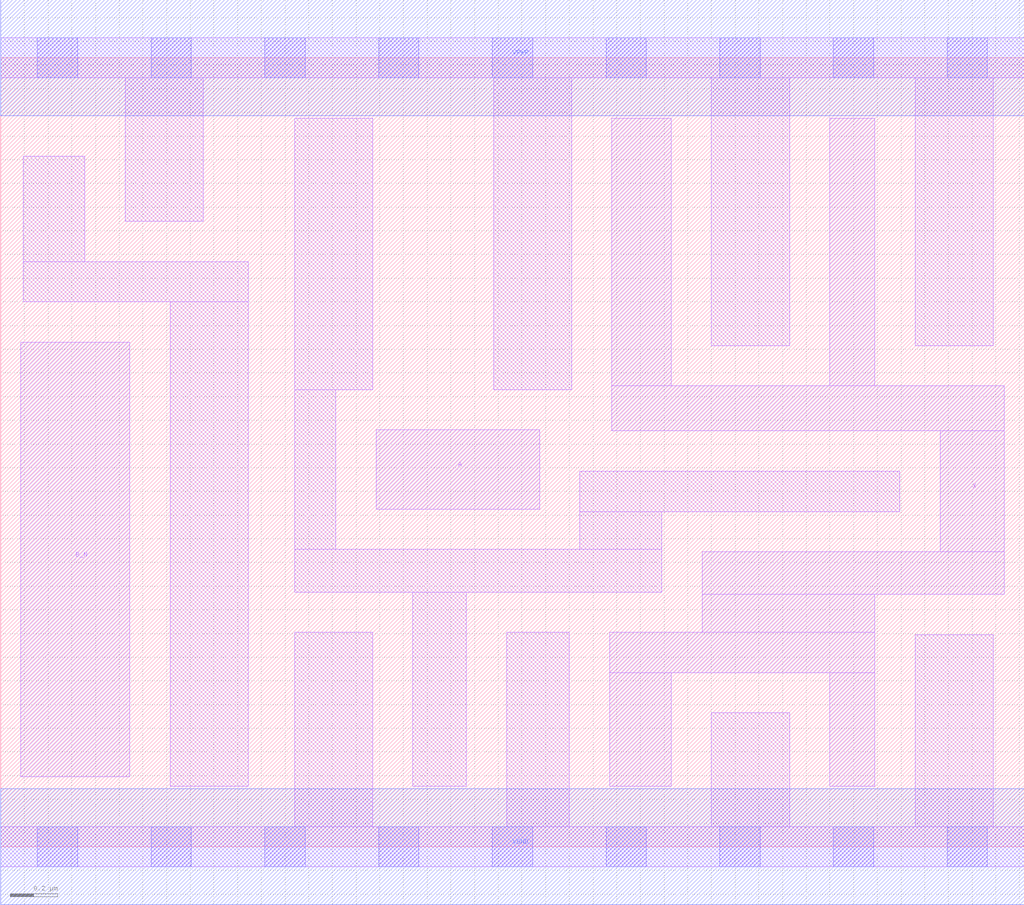
<source format=lef>
# Copyright 2020 The SkyWater PDK Authors
#
# Licensed under the Apache License, Version 2.0 (the "License");
# you may not use this file except in compliance with the License.
# You may obtain a copy of the License at
#
#     https://www.apache.org/licenses/LICENSE-2.0
#
# Unless required by applicable law or agreed to in writing, software
# distributed under the License is distributed on an "AS IS" BASIS,
# WITHOUT WARRANTIES OR CONDITIONS OF ANY KIND, either express or implied.
# See the License for the specific language governing permissions and
# limitations under the License.
#
# SPDX-License-Identifier: Apache-2.0

VERSION 5.7 ;
  NAMESCASESENSITIVE ON ;
  NOWIREEXTENSIONATPIN ON ;
  DIVIDERCHAR "/" ;
  BUSBITCHARS "[]" ;
UNITS
  DATABASE MICRONS 200 ;
END UNITS
MACRO sky130_fd_sc_lp__or2b_4
  CLASS CORE ;
  FOREIGN sky130_fd_sc_lp__or2b_4 ;
  ORIGIN  0.000000  0.000000 ;
  SIZE  4.320000 BY  3.330000 ;
  SYMMETRY X Y R90 ;
  SITE unit ;
  PIN A
    ANTENNAGATEAREA  0.315000 ;
    DIRECTION INPUT ;
    USE SIGNAL ;
    PORT
      LAYER li1 ;
        RECT 1.585000 1.425000 2.275000 1.760000 ;
    END
  END A
  PIN B_N
    ANTENNAGATEAREA  0.126000 ;
    DIRECTION INPUT ;
    USE SIGNAL ;
    PORT
      LAYER li1 ;
        RECT 0.085000 0.295000 0.545000 2.130000 ;
    END
  END B_N
  PIN X
    ANTENNADIFFAREA  1.176000 ;
    DIRECTION OUTPUT ;
    USE SIGNAL ;
    PORT
      LAYER li1 ;
        RECT 2.570000 0.255000 2.830000 0.735000 ;
        RECT 2.570000 0.735000 3.690000 0.905000 ;
        RECT 2.580000 1.755000 4.235000 1.945000 ;
        RECT 2.580000 1.945000 2.830000 3.075000 ;
        RECT 2.960000 0.905000 3.690000 1.065000 ;
        RECT 2.960000 1.065000 4.235000 1.245000 ;
        RECT 3.500000 0.255000 3.690000 0.735000 ;
        RECT 3.500000 1.945000 3.690000 3.075000 ;
        RECT 3.965000 1.245000 4.235000 1.755000 ;
    END
  END X
  PIN VGND
    DIRECTION INOUT ;
    USE GROUND ;
    PORT
      LAYER met1 ;
        RECT 0.000000 -0.245000 4.320000 0.245000 ;
    END
  END VGND
  PIN VPWR
    DIRECTION INOUT ;
    USE POWER ;
    PORT
      LAYER met1 ;
        RECT 0.000000 3.085000 4.320000 3.575000 ;
    END
  END VPWR
  OBS
    LAYER li1 ;
      RECT 0.000000 -0.085000 4.320000 0.085000 ;
      RECT 0.000000  3.245000 4.320000 3.415000 ;
      RECT 0.095000  2.300000 1.045000 2.470000 ;
      RECT 0.095000  2.470000 0.355000 2.915000 ;
      RECT 0.525000  2.640000 0.855000 3.245000 ;
      RECT 0.715000  0.255000 1.045000 2.300000 ;
      RECT 1.240000  0.085000 1.570000 0.905000 ;
      RECT 1.240000  1.075000 2.790000 1.255000 ;
      RECT 1.240000  1.255000 1.415000 1.930000 ;
      RECT 1.240000  1.930000 1.570000 3.075000 ;
      RECT 1.740000  0.255000 1.965000 1.075000 ;
      RECT 2.080000  1.930000 2.410000 3.245000 ;
      RECT 2.135000  0.085000 2.400000 0.905000 ;
      RECT 2.445000  1.255000 2.790000 1.415000 ;
      RECT 2.445000  1.415000 3.795000 1.585000 ;
      RECT 3.000000  0.085000 3.330000 0.565000 ;
      RECT 3.000000  2.115000 3.330000 3.245000 ;
      RECT 3.860000  0.085000 4.190000 0.895000 ;
      RECT 3.860000  2.115000 4.190000 3.245000 ;
    LAYER mcon ;
      RECT 0.155000 -0.085000 0.325000 0.085000 ;
      RECT 0.155000  3.245000 0.325000 3.415000 ;
      RECT 0.635000 -0.085000 0.805000 0.085000 ;
      RECT 0.635000  3.245000 0.805000 3.415000 ;
      RECT 1.115000 -0.085000 1.285000 0.085000 ;
      RECT 1.115000  3.245000 1.285000 3.415000 ;
      RECT 1.595000 -0.085000 1.765000 0.085000 ;
      RECT 1.595000  3.245000 1.765000 3.415000 ;
      RECT 2.075000 -0.085000 2.245000 0.085000 ;
      RECT 2.075000  3.245000 2.245000 3.415000 ;
      RECT 2.555000 -0.085000 2.725000 0.085000 ;
      RECT 2.555000  3.245000 2.725000 3.415000 ;
      RECT 3.035000 -0.085000 3.205000 0.085000 ;
      RECT 3.035000  3.245000 3.205000 3.415000 ;
      RECT 3.515000 -0.085000 3.685000 0.085000 ;
      RECT 3.515000  3.245000 3.685000 3.415000 ;
      RECT 3.995000 -0.085000 4.165000 0.085000 ;
      RECT 3.995000  3.245000 4.165000 3.415000 ;
  END
END sky130_fd_sc_lp__or2b_4
END LIBRARY

</source>
